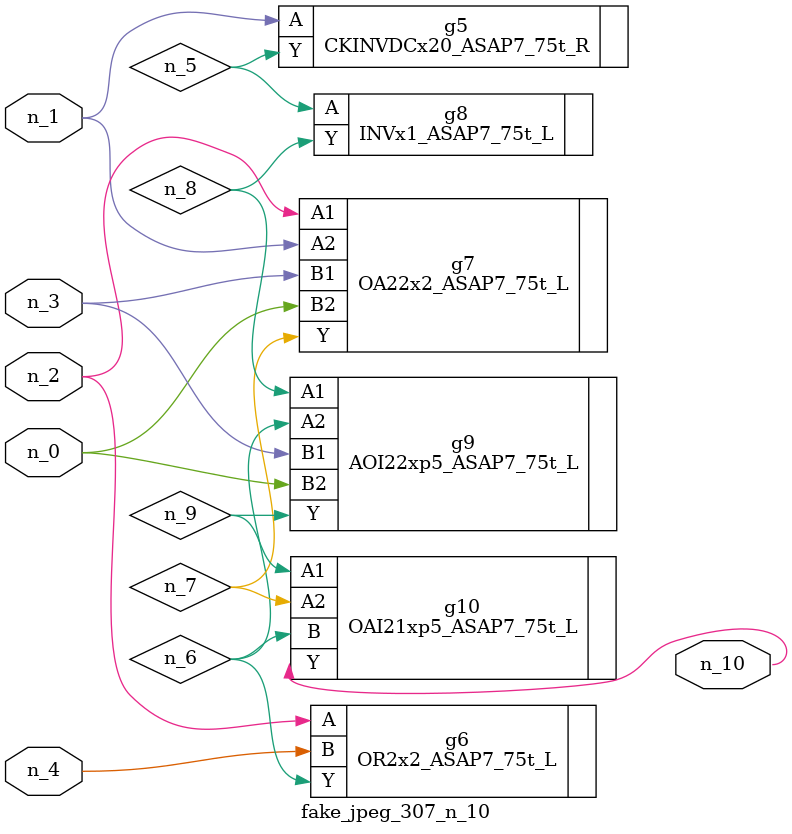
<source format=v>
module fake_jpeg_307_n_10 (n_3, n_2, n_1, n_0, n_4, n_10);

input n_3;
input n_2;
input n_1;
input n_0;
input n_4;

output n_10;

wire n_8;
wire n_9;
wire n_6;
wire n_5;
wire n_7;

CKINVDCx20_ASAP7_75t_R g5 ( 
.A(n_1),
.Y(n_5)
);

OR2x2_ASAP7_75t_L g6 ( 
.A(n_2),
.B(n_4),
.Y(n_6)
);

OA22x2_ASAP7_75t_L g7 ( 
.A1(n_2),
.A2(n_1),
.B1(n_3),
.B2(n_0),
.Y(n_7)
);

INVx1_ASAP7_75t_L g8 ( 
.A(n_5),
.Y(n_8)
);

AOI22xp5_ASAP7_75t_L g9 ( 
.A1(n_8),
.A2(n_6),
.B1(n_3),
.B2(n_0),
.Y(n_9)
);

OAI21xp5_ASAP7_75t_L g10 ( 
.A1(n_9),
.A2(n_7),
.B(n_6),
.Y(n_10)
);


endmodule
</source>
